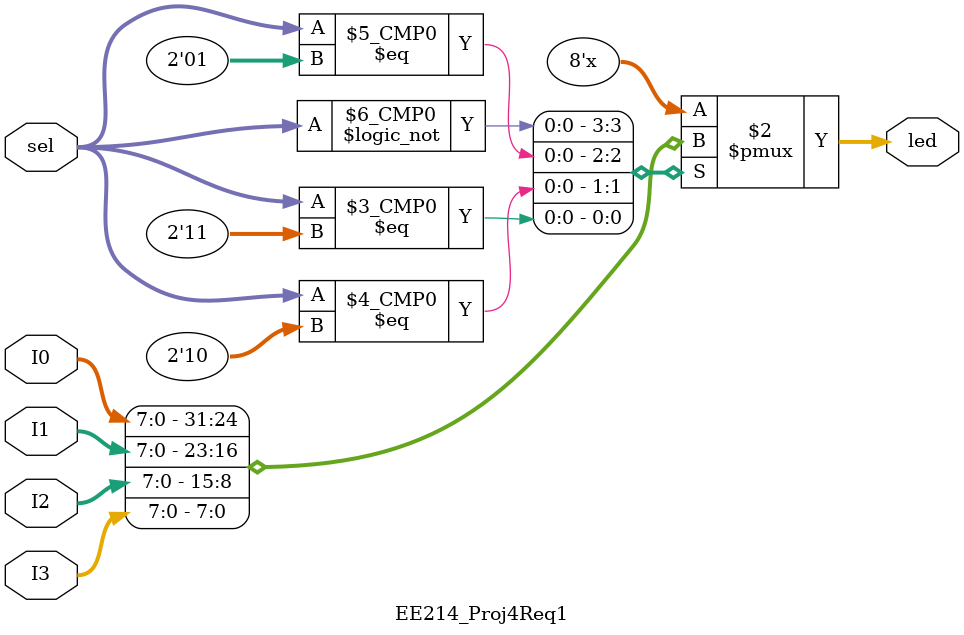
<source format=v>
`timescale 1ns / 1ps


module EE214_Proj4Req1(
     // 4:1 I/O
     // input [7:4] I0, // btn[3] - btn[0] for I0[7] - [4]    
     // output [1:0] led // led[0] - led[1]
      
    // 4:1 8 bit BUS mux inputs/outputs
     input [7:0] I0, // btn[3] - btn[0] for I 7 - 4, sw[11] - sw[8] for I 3 - 0
     input [7:0] I1, 
     input [7:0] I2, 
     input [7:0] I3, 
     input [1:0] sel, // sw[1] & sw[0]
     output [7:0] led
);

//// 4:1 1 bit BUS mux code using case statement in always block
//reg led;

//always @ (sel, I0)
//begin
//    case (sel)
//        2'd0:
//            led = I0[4]; 
//        2'd1:
//            led = I0[5]; 
//        2'd2:
//            led = I0[6]; 
//        2'd3:
//            led = I0[7];    
//        default:
//            led <= 1'd0;
//    endcase
//end         
//endmodule


// 4:1 mux code using case statement in always block
reg [7:0] led;

always @ (sel, I0, I1, I2, I3)
begin
    case (sel)
        2'd0:
            led = I0; 
        2'd1:
            led = I1; 
        2'd2:
            led = I2; 
        2'd3:
            led = I3;    
        default:
            led <= 8'd0;
    endcase
end         
endmodule

</source>
